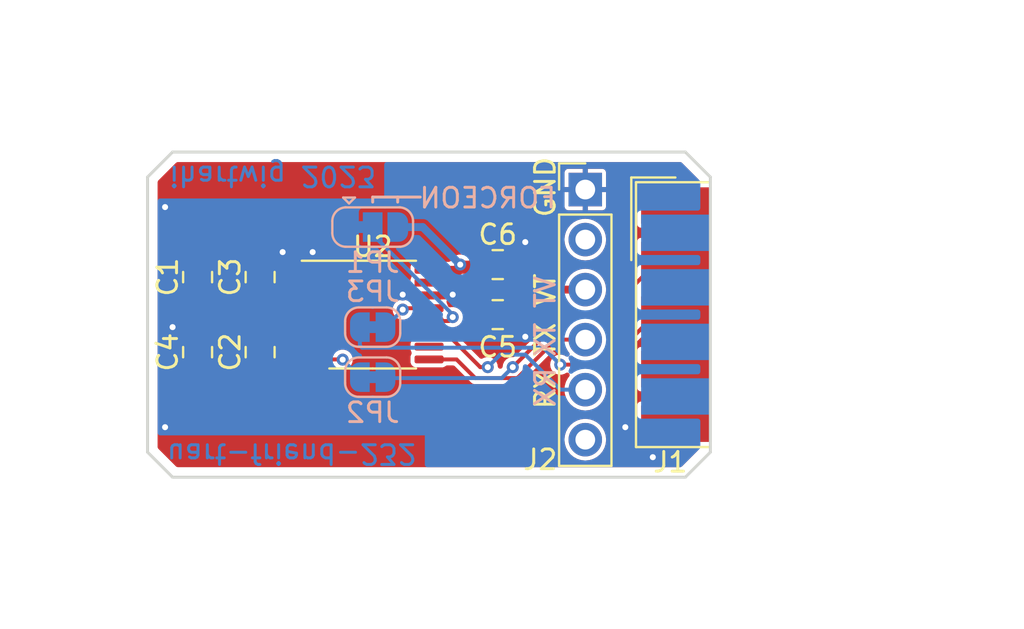
<source format=kicad_pcb>
(kicad_pcb (version 20221018) (generator pcbnew)
  (layers (0 "F.Cu" signal) (31 "B.Cu" signal) (34 "B.Paste" user) (35 "F.Paste" user) (36 "B.SilkS" user "B.Silkscreen") (37 "F.SilkS" user "F.Silkscreen") (38 "B.Mask" user) (39 "F.Mask" user) (44 "Edge.Cuts" user))
  (net 0 "")
  (net 1 "+5V")
  (net 2 "GND")
  (net 3 "/C1_P")
  (net 4 "/C1_N")
  (net 5 "/C2_P")
  (net 6 "/C2_N")
  (net 7 "/VS_P")
  (net 8 "/VS_N")
  (net 10 "/RS232_RX_J")
  (net 11 "/RS232_TX_J")
  (net 18 "/UART_RX")
  (net 19 "/UART_TX")
  (net 20 "unconnected-(J2-Pin_6-Pad6)")
  (net 21 "/FORCEON")
  (net 22 "/RS232_RX")
  (net 23 "/RS232_TX")
  (footprint "Package_SO:TSSOP-16_4.4x5mm_P0.65mm" (layer "F.Cu") (at 177.165 97.79)
    (fp_text reference "U2" (at 0 -3.45) (layer "F.SilkS"))
    (fp_text value "MAX3221")
    (fp_line (start 0 -2.735) (end -3.6 -2.735) (stroke (width 0.12)) (layer "F.SilkS"))
    (fp_line (start 0 -2.735) (end 2.2 -2.735) (stroke (width 0.12)) (layer "F.SilkS"))
    (fp_line (start 0 2.735) (end -2.2 2.735) (stroke (width 0.12)) (layer "F.SilkS"))
    (fp_line (start 0 2.735) (end 2.2 2.735) (stroke (width 0.12)) (layer "F.SilkS"))
    (pad "1" smd roundrect (at -2.8625 -2.275) (size 1.475 0.4) (layers "F.Cu" "F.Paste" "F.Mask") (net 2 "GND"))
    (pad "2" smd roundrect (at -2.8625 -1.625) (size 1.475 0.4) (layers "F.Cu" "F.Paste" "F.Mask") (net 3 "/C1_P"))
    (pad "3" smd roundrect (at -2.8625 -0.975) (size 1.475 0.4) (layers "F.Cu" "F.Paste" "F.Mask") (net 7 "/VS_P"))
    (pad "4" smd roundrect (at -2.8625 -0.325) (size 1.475 0.4) (layers "F.Cu" "F.Paste" "F.Mask") (net 4 "/C1_N"))
    (pad "5" smd roundrect (at -2.8625 0.325) (size 1.475 0.4) (layers "F.Cu" "F.Paste" "F.Mask") (net 5 "/C2_P"))
    (pad "6" smd roundrect (at -2.8625 0.975) (size 1.475 0.4) (layers "F.Cu" "F.Paste" "F.Mask") (net 6 "/C2_N"))
    (pad "7" smd roundrect (at -2.8625 1.625) (size 1.475 0.4) (layers "F.Cu" "F.Paste" "F.Mask") (net 8 "/VS_N"))
    (pad "8" smd roundrect (at -2.8625 2.275) (size 1.475 0.4) (layers "F.Cu" "F.Paste" "F.Mask") (net 22 "/RS232_RX"))
    (pad "9" smd roundrect (at 2.8625 2.275) (size 1.475 0.4) (layers "F.Cu" "F.Paste" "F.Mask") (net 18 "/UART_RX"))
    (pad "10" smd roundrect (at 2.8625 1.625) (size 1.475 0.4) (layers "F.Cu" "F.Paste" "F.Mask"))
    (pad "11" smd roundrect (at 2.8625 0.975) (size 1.475 0.4) (layers "F.Cu" "F.Paste" "F.Mask") (net 19 "/UART_TX"))
    (pad "12" smd roundrect (at 2.8625 0.325) (size 1.475 0.4) (layers "F.Cu" "F.Paste" "F.Mask") (net 21 "/FORCEON"))
    (pad "13" smd roundrect (at 2.8625 -0.325) (size 1.475 0.4) (layers "F.Cu" "F.Paste" "F.Mask") (net 23 "/RS232_TX"))
    (pad "14" smd roundrect (at 2.8625 -0.975) (size 1.475 0.4) (layers "F.Cu" "F.Paste" "F.Mask") (net 2 "GND"))
    (pad "15" smd roundrect (at 2.8625 -1.625) (size 1.475 0.4) (layers "F.Cu" "F.Paste" "F.Mask") (net 1 "+5V"))
    (pad "16" smd roundrect (at 2.8625 -2.275) (size 1.475 0.4) (layers "F.Cu" "F.Paste" "F.Mask") (net 1 "+5V"))
  )
  (footprint "Capacitor_SMD:C_0805_2012Metric" (layer "F.Cu") (at 183.515 97.79)
    (fp_text reference "C5" (at 0 1.651) (layer "F.SilkS"))
    (fp_text value "1uF")
    (fp_line (start -0.261252 -0.735) (end 0.261252 -0.735) (stroke (width 0.12)) (layer "F.SilkS"))
    (fp_line (start -0.261252 0.735) (end 0.261252 0.735) (stroke (width 0.12)) (layer "F.SilkS"))
    (pad "1" smd roundrect (at -0.95 0) (size 1 1.45) (layers "F.Cu" "F.Paste" "F.Mask") (net 1 "+5V"))
    (pad "2" smd roundrect (at 0.95 0) (size 1 1.45) (layers "F.Cu" "F.Paste" "F.Mask") (net 2 "GND"))
  )
  (footprint "Capacitor_SMD:C_0805_2012Metric" (layer "F.Cu") (at 171.45 95.885 90)
    (fp_text reference "C3" (at 0 -1.524 90) (layer "F.SilkS"))
    (fp_text value "0.47uF")
    (fp_line (start -0.261252 -0.735) (end 0.261252 -0.735) (stroke (width 0.12)) (layer "F.SilkS"))
    (fp_line (start -0.261252 0.735) (end 0.261252 0.735) (stroke (width 0.12)) (layer "F.SilkS"))
    (pad "1" smd roundrect (at -0.95 0 90) (size 1 1.45) (layers "F.Cu" "F.Paste" "F.Mask") (net 7 "/VS_P"))
    (pad "2" smd roundrect (at 0.95 0 90) (size 1 1.45) (layers "F.Cu" "F.Paste" "F.Mask") (net 2 "GND"))
  )
  (footprint "Capacitor_SMD:C_0805_2012Metric" (layer "F.Cu") (at 168.275 99.695 90)
    (fp_text reference "C4" (at 0 -1.524 90) (layer "F.SilkS"))
    (fp_text value "0.47uF")
    (fp_line (start -0.261252 -0.735) (end 0.261252 -0.735) (stroke (width 0.12)) (layer "F.SilkS"))
    (fp_line (start -0.261252 0.735) (end 0.261252 0.735) (stroke (width 0.12)) (layer "F.SilkS"))
    (pad "1" smd roundrect (at -0.95 0 90) (size 1 1.45) (layers "F.Cu" "F.Paste" "F.Mask") (net 8 "/VS_N"))
    (pad "2" smd roundrect (at 0.95 0 90) (size 1 1.45) (layers "F.Cu" "F.Paste" "F.Mask") (net 2 "GND"))
  )
  (footprint "Capacitor_SMD:C_0805_2012Metric" (layer "F.Cu") (at 171.45 99.695 -90)
    (fp_text reference "C2" (at 0 1.524 90) (layer "F.SilkS"))
    (fp_text value "0.47uF")
    (fp_line (start -0.261252 -0.735) (end 0.261252 -0.735) (stroke (width 0.12)) (layer "F.SilkS"))
    (fp_line (start -0.261252 0.735) (end 0.261252 0.735) (stroke (width 0.12)) (layer "F.SilkS"))
    (pad "1" smd roundrect (at -0.95 0 270) (size 1 1.45) (layers "F.Cu" "F.Paste" "F.Mask") (net 5 "/C2_P"))
    (pad "2" smd roundrect (at 0.95 0 270) (size 1 1.45) (layers "F.Cu" "F.Paste" "F.Mask") (net 6 "/C2_N"))
  )
  (footprint "Capacitor_SMD:C_0805_2012Metric" (layer "F.Cu") (at 183.515 95.25)
    (fp_text reference "C6" (at 0 -1.524) (layer "F.SilkS"))
    (fp_text value "0.1uF")
    (fp_line (start -0.261252 -0.735) (end 0.261252 -0.735) (stroke (width 0.12)) (layer "F.SilkS"))
    (fp_line (start -0.261252 0.735) (end 0.261252 0.735) (stroke (width 0.12)) (layer "F.SilkS"))
    (pad "1" smd roundrect (at -0.95 0) (size 1 1.45) (layers "F.Cu" "F.Paste" "F.Mask") (net 1 "+5V"))
    (pad "2" smd roundrect (at 0.95 0) (size 1 1.45) (layers "F.Cu" "F.Paste" "F.Mask") (net 2 "GND"))
  )
  (footprint "Connector_Dsub:DSUB-9_Female_EdgeMount_P2.77mm" (layer "F.Cu") (at 192.535 97.79 90)
    (fp_text reference "J1" (at -7.493 -0.257 180) (layer "F.SilkS"))
    (fp_text value "DE9_Receptacle")
    (fp_line (start -6.723333 -2) (end -6.723333 1.74) (stroke (width 0.12)) (layer "F.SilkS"))
    (fp_line (start 6.723333 -2) (end -6.723333 -2) (stroke (width 0.12)) (layer "F.SilkS"))
    (fp_line (start 6.723333 1.74) (end 6.723333 -2) (stroke (width 0.12)) (layer "F.SilkS"))
    (fp_line (start 6.963333 -2.24) (end 2.77 -2.24) (stroke (width 0.12)) (layer "F.SilkS"))
    (fp_line (start 6.963333 0) (end 6.963333 -2.24) (stroke (width 0.12)) (layer "F.SilkS"))
    (pad "1" smd rect (at 5.54 0 90) (size 1.846667 3.48) (layers "F.Cu" "F.Paste" "F.Mask"))
    (pad "2" smd rect (at 2.77 0 90) (size 1.846667 3.48) (layers "F.Cu" "F.Paste" "F.Mask") (net 10 "/RS232_RX_J"))
    (pad "3" smd rect (at 0 0 90) (size 1.846667 3.48) (layers "F.Cu" "F.Paste" "F.Mask") (net 11 "/RS232_TX_J"))
    (pad "4" smd rect (at -2.77 0 90) (size 1.846667 3.48) (layers "F.Cu" "F.Paste" "F.Mask"))
    (pad "5" smd rect (at -5.54 0 90) (size 1.846667 3.48) (layers "F.Cu" "F.Paste" "F.Mask") (net 2 "GND"))
    (pad "6" smd rect (at 4.155 0 90) (size 1.846667 3.48) (layers "B.Cu" "B.Paste" "B.Mask"))
    (pad "7" smd rect (at 1.385 0 90) (size 1.846667 3.48) (layers "B.Cu" "B.Paste" "B.Mask"))
    (pad "8" smd rect (at -1.385 0 90) (size 1.846667 3.48) (layers "B.Cu" "B.Paste" "B.Mask"))
    (pad "9" smd rect (at -4.155 0 90) (size 1.846667 3.48) (layers "B.Cu" "B.Paste" "B.Mask"))
  )
  (footprint "Capacitor_SMD:C_0805_2012Metric" (layer "F.Cu") (at 168.275 95.885 -90)
    (fp_text reference "C1" (at 0 1.524 90) (layer "F.SilkS"))
    (fp_text value "0.1uF")
    (fp_line (start -0.261252 -0.735) (end 0.261252 -0.735) (stroke (width 0.12)) (layer "F.SilkS"))
    (fp_line (start -0.261252 0.735) (end 0.261252 0.735) (stroke (width 0.12)) (layer "F.SilkS"))
    (pad "1" smd roundrect (at -0.95 0 270) (size 1 1.45) (layers "F.Cu" "F.Paste" "F.Mask") (net 3 "/C1_P"))
    (pad "2" smd roundrect (at 0.95 0 270) (size 1 1.45) (layers "F.Cu" "F.Paste" "F.Mask") (net 4 "/C1_N"))
  )
  (footprint "Connector_PinHeader_2.54mm:PinHeader_1x06_P2.54mm_Vertical" (layer "F.Cu") (at 187.96 91.44)
    (fp_text reference "J2" (at -2.286 13.716) (layer "F.SilkS"))
    (fp_text value "Conn_01x06")
    (fp_line (start -1.33 -1.33) (end 0 -1.33) (stroke (width 0.12)) (layer "F.SilkS"))
    (fp_line (start -1.33 0) (end -1.33 -1.33) (stroke (width 0.12)) (layer "F.SilkS"))
    (fp_line (start -1.33 1.27) (end -1.33 14.03) (stroke (width 0.12)) (layer "F.SilkS"))
    (fp_line (start -1.33 1.27) (end 1.33 1.27) (stroke (width 0.12)) (layer "F.SilkS"))
    (fp_line (start -1.33 14.03) (end 1.33 14.03) (stroke (width 0.12)) (layer "F.SilkS"))
    (fp_line (start 1.33 1.27) (end 1.33 14.03) (stroke (width 0.12)) (layer "F.SilkS"))
    (pad "1" thru_hole rect (at 0 0) (size 1.7 1.7) (drill 1) (layers "*.Cu" "*.Mask") (net 2 "GND"))
    (pad "2" thru_hole oval (at 0 2.54) (size 1.7 1.7) (drill 1) (layers "*.Cu" "*.Mask"))
    (pad "3" thru_hole oval (at 0 5.08) (size 1.7 1.7) (drill 1) (layers "*.Cu" "*.Mask") (net 1 "+5V"))
    (pad "4" thru_hole oval (at 0 7.62) (size 1.7 1.7) (drill 1) (layers "*.Cu" "*.Mask") (net 18 "/UART_RX"))
    (pad "5" thru_hole oval (at 0 10.16) (size 1.7 1.7) (drill 1) (layers "*.Cu" "*.Mask") (net 19 "/UART_TX"))
    (pad "6" thru_hole oval (at 0 12.7) (size 1.7 1.7) (drill 1) (layers "*.Cu" "*.Mask") (net 20 "unconnected-(J2-Pin_6-Pad6)"))
  )
  (footprint "Jumper:SolderJumper-2_P1.3mm_Bridged_RoundedPad1.0x1.5mm" (layer "B.Cu") (at 177.165 98.425 180)
    (fp_text reference "JP3" (at 0 1.8) (layer "B.SilkS") (effects (justify mirror)))
    (fp_text value "SolderJumper_2_Bridged")
    (fp_poly (pts (xy 0.25 0.3) (xy -0.25 0.3) (xy -0.25 -0.3) (xy 0.25 -0.3)) (fill solid) (layer "B.Cu"))
    (fp_line (start -1.4 -0.3) (end -1.4 0.3) (stroke (width 0.12)) (layer "B.SilkS"))
    (fp_line (start -0.7 1) (end 0.7 1) (stroke (width 0.12)) (layer "B.SilkS"))
    (fp_line (start 0.7 -1) (end -0.7 -1) (stroke (width 0.12)) (layer "B.SilkS"))
    (fp_line (start 1.4 0.3) (end 1.4 -0.3) (stroke (width 0.12)) (layer "B.SilkS"))
    (fp_arc (start -1.4 -0.3) (mid -1.194975 -0.794975) (end -0.7 -1) (stroke (width 0.12)) (layer "B.SilkS"))
    (fp_arc (start -0.7 1) (mid -1.194975 0.794975) (end -1.4 0.3) (stroke (width 0.12)) (layer "B.SilkS"))
    (fp_arc (start 0.7 -1) (mid 1.194975 -0.794975) (end 1.4 -0.3) (stroke (width 0.12)) (layer "B.SilkS"))
    (fp_arc (start 1.4 0.3) (mid 1.194975 0.794975) (end 0.7 1) (stroke (width 0.12)) (layer "B.SilkS"))
    (pad "1" smd custom (at -0.65 0 180) (size 1 0.5) (layers "B.Cu" "B.Mask") (net 23 "/RS232_TX") (options (clearance outline) (anchor rect)) (primitives (gr_circle (center 0 -0.25) (end 0.5 -0.25) (width 0) (fill yes)) (gr_circle (center 0 0.25) (end 0.5 0.25) (width 0) (fill yes)) (gr_poly (pts (xy 0.5 -0.75) (xy 0 -0.75) (xy 0 0.75) (xy 0.5 0.75)) (width 0) (fill yes))))
    (pad "2" smd custom (at 0.65 0 180) (size 1 0.5) (layers "B.Cu" "B.Mask") (net 11 "/RS232_TX_J") (options (clearance outline) (anchor rect)) (primitives (gr_circle (center 0 -0.25) (end 0.5 -0.25) (width 0) (fill yes)) (gr_circle (center 0 0.25) (end 0.5 0.25) (width 0) (fill yes)) (gr_poly (pts (xy 0 -0.75) (xy -0.5 -0.75) (xy -0.5 0.75) (xy 0 0.75)) (width 0) (fill yes))))
  )
  (footprint "Jumper:SolderJumper-3_P1.3mm_Bridged12_RoundedPad1.0x1.5mm" (layer "B.Cu") (at 177.165 93.345)
    (fp_text reference "JP1" (at 0 1.8) (layer "B.SilkS") (effects (justify mirror)))
    (fp_text value "SolderJumper_3_Bridged12")
    (fp_poly (pts (xy -0.9 0.3) (xy -0.4 0.3) (xy -0.4 -0.3) (xy -0.9 -0.3)) (fill solid) (layer "B.Cu"))
    (fp_line (start -2.05 -0.3) (end -2.05 0.3) (stroke (width 0.12)) (layer "B.SilkS"))
    (fp_line (start -1.5 -1.5) (end -0.9 -1.5) (stroke (width 0.12)) (layer "B.SilkS"))
    (fp_line (start -1.4 1) (end 1.4 1) (stroke (width 0.12)) (layer "B.SilkS"))
    (fp_line (start -1.2 -1.2) (end -1.5 -1.5) (stroke (width 0.12)) (layer "B.SilkS"))
    (fp_line (start -1.2 -1.2) (end -0.9 -1.5) (stroke (width 0.12)) (layer "B.SilkS"))
    (fp_line (start 1.4 -1) (end -1.4 -1) (stroke (width 0.12)) (layer "B.SilkS"))
    (fp_line (start 2.05 0.3) (end 2.05 -0.3) (stroke (width 0.12)) (layer "B.SilkS"))
    (fp_arc (start -2.05 -0.3) (mid -1.844975 -0.794975) (end -1.35 -1) (stroke (width 0.12)) (layer "B.SilkS"))
    (fp_arc (start -1.35 1) (mid -1.844975 0.794975) (end -2.05 0.3) (stroke (width 0.12)) (layer "B.SilkS"))
    (fp_arc (start 1.35 -1) (mid 1.844975 -0.794975) (end 2.05 -0.3) (stroke (width 0.12)) (layer "B.SilkS"))
    (fp_arc (start 2.05 0.3) (mid 1.844975 0.794975) (end 1.35 1) (stroke (width 0.12)) (layer "B.SilkS"))
    (pad "1" smd custom (at -1.3 0) (size 1 0.5) (layers "B.Cu" "B.Mask") (net 2 "GND") (options (clearance outline) (anchor rect)) (primitives (gr_circle (center 0 -0.25) (end 0.5 -0.25) (width 0) (fill yes)) (gr_circle (center 0 0.25) (end 0.5 0.25) (width 0) (fill yes)) (gr_poly (pts (xy 0.55 -0.75) (xy 0 -0.75) (xy 0 0.75) (xy 0.55 0.75)) (width 0) (fill yes))))
    (pad "2" smd rect (at 0 0) (size 1 1.5) (layers "B.Cu" "B.Mask") (net 21 "/FORCEON"))
    (pad "3" smd custom (at 1.3 0) (size 1 0.5) (layers "B.Cu" "B.Mask") (net 1 "+5V") (options (clearance outline) (anchor rect)) (primitives (gr_circle (center 0 -0.25) (end 0.5 -0.25) (width 0) (fill yes)) (gr_circle (center 0 0.25) (end 0.5 0.25) (width 0) (fill yes)) (gr_poly (pts (xy 0 -0.75) (xy -0.55 -0.75) (xy -0.55 0.75) (xy 0 0.75)) (width 0) (fill yes))))
  )
  (footprint "Jumper:SolderJumper-2_P1.3mm_Bridged_RoundedPad1.0x1.5mm" (layer "B.Cu") (at 177.165 100.965)
    (fp_text reference "JP2" (at 0 1.8) (layer "B.SilkS") (effects (justify mirror)))
    (fp_text value "SolderJumper_2_Bridged")
    (fp_poly (pts (xy 0.25 0.3) (xy -0.25 0.3) (xy -0.25 -0.3) (xy 0.25 -0.3)) (fill solid) (layer "B.Cu"))
    (fp_line (start -1.4 -0.3) (end -1.4 0.3) (stroke (width 0.12)) (layer "B.SilkS"))
    (fp_line (start -0.7 1) (end 0.7 1) (stroke (width 0.12)) (layer "B.SilkS"))
    (fp_line (start 0.7 -1) (end -0.7 -1) (stroke (width 0.12)) (layer "B.SilkS"))
    (fp_line (start 1.4 0.3) (end 1.4 -0.3) (stroke (width 0.12)) (layer "B.SilkS"))
    (fp_arc (start -1.4 -0.3) (mid -1.194975 -0.794975) (end -0.7 -1) (stroke (width 0.12)) (layer "B.SilkS"))
    (fp_arc (start -0.7 1) (mid -1.194975 0.794975) (end -1.4 0.3) (stroke (width 0.12)) (layer "B.SilkS"))
    (fp_arc (start 0.7 -1) (mid 1.194975 -0.794975) (end 1.4 -0.3) (stroke (width 0.12)) (layer "B.SilkS"))
    (fp_arc (start 1.4 0.3) (mid 1.194975 0.794975) (end 0.7 1) (stroke (width 0.12)) (layer "B.SilkS"))
    (pad "1" smd custom (at -0.65 0) (size 1 0.5) (layers "B.Cu" "B.Mask") (net 22 "/RS232_RX") (options (clearance outline) (anchor rect)) (primitives (gr_circle (center 0 -0.25) (end 0.5 -0.25) (width 0) (fill yes)) (gr_circle (center 0 0.25) (end 0.5 0.25) (width 0) (fill yes)) (gr_poly (pts (xy 0.5 -0.75) (xy 0 -0.75) (xy 0 0.75) (xy 0.5 0.75)) (width 0) (fill yes))))
    (pad "2" smd custom (at 0.65 0) (size 1 0.5) (layers "B.Cu" "B.Mask") (net 10 "/RS232_RX_J") (options (clearance outline) (anchor rect)) (primitives (gr_circle (center 0 -0.25) (end 0.5 -0.25) (width 0) (fill yes)) (gr_circle (center 0 0.25) (end 0.5 0.25) (width 0) (fill yes)) (gr_poly (pts (xy 0 -0.75) (xy -0.5 -0.75) (xy -0.5 0.75) (xy 0 0.75)) (width 0) (fill yes))))
  )
  (gr_line (start 177.165 92.075) (end 177.165 91.821) (stroke (width 0.15)) (layer "B.SilkS"))
  (gr_line (start 178.435 91.821) (end 178.435 92.075) (stroke (width 0.15)) (layer "B.SilkS"))
  (gr_line (start 178.435 91.821) (end 179.578 91.821) (stroke (width 0.15)) (layer "B.SilkS"))
  (gr_line (start 177.165 91.821) (end 178.435 91.821) (stroke (width 0.15)) (layer "B.SilkS"))
  (gr_line (start 194.31 104.775) (end 193.04 106.045) (stroke (width 0.15)) (layer "Edge.Cuts"))
  (gr_line (start 194.31 90.805) (end 193.04 89.535) (stroke (width 0.15)) (layer "Edge.Cuts"))
  (gr_line (start 165.735 90.805) (end 167.005 89.535) (stroke (width 0.15)) (layer "Edge.Cuts"))
  (gr_line (start 167.005 106.045) (end 193.04 106.045) (stroke (width 0.15)) (layer "Edge.Cuts"))
  (gr_line (start 193.04 89.535) (end 167.005 89.535) (stroke (width 0.15)) (layer "Edge.Cuts"))
  (gr_line (start 165.735 104.775) (end 165.735 90.805) (stroke (width 0.15)) (layer "Edge.Cuts"))
  (gr_line (start 165.735 104.775) (end 167.005 106.045) (stroke (width 0.15)) (layer "Edge.Cuts"))
  (gr_line (start 194.31 104.775) (end 194.31 90.805) (stroke (width 0.15)) (layer "Edge.Cuts"))
  (gr_text "ihartwig 2023" (at 166.751 90.17 180) (layer "B.Cu") (effects (font (size 1 1)) (justify left bottom mirror)))
  (gr_text "uart-friend-232" (at 166.624 104.267 180) (layer "B.Cu") (effects (font (size 1 1)) (justify left bottom mirror)))
  (gr_text "FORCEON" (at 186.563 92.456) (layer "B.SilkS") (effects (font (size 1 1)) (justify left bottom mirror)))
  (gr_text "TX" (at 185.928 99.06 90) (layer "B.SilkS") (effects (font (size 1 1)) (justify mirror)))
  (gr_text "VT" (at 185.928 96.647 90) (layer "B.SilkS") (effects (font (size 1 1)) (justify mirror)))
  (gr_text "RX" (at 185.928 101.473 90) (layer "B.SilkS") (effects (font (size 1 1)) (justify mirror)))
  (gr_text "RX" (at 185.928 101.6 90) (layer "F.SilkS") (effects (font (size 1 1))))
  (gr_text "VT" (at 185.928 96.52 90) (layer "F.SilkS") (effects (font (size 1 1))))
  (gr_text "TX" (at 185.928 99.06 90) (layer "F.SilkS") (effects (font (size 1 1))))
  (gr_text "GND" (at 185.928 91.313 90) (layer "F.SilkS") (effects (font (size 1 1))))
  (segment (start 183.134 96.52) (end 182.565 96.52) (width 0.4) (layer "F.Cu") (net 1))
  (segment (start 182.565 95.25) (end 181.61 95.25) (width 0.4) (layer "F.Cu") (net 1))
  (segment (start 182.565 95.951) (end 183.134 96.52) (width 0.4) (layer "F.Cu") (net 1))
  (segment (start 180.0275 95.515) (end 181.61 95.515) (width 0.4) (layer "F.Cu") (net 1))
  (segment (start 182.565 95.25) (end 182.565 96.52) (width 0.4) (layer "F.Cu") (net 1))
  (segment (start 182.565 97.79) (end 182.565 97.089) (width 0.4) (layer "F.Cu") (net 1))
  (segment (start 181.61 95.515) (end 182.3 95.515) (width 0.4) (layer "F.Cu") (net 1))
  (segment (start 182.565 95.25) (end 182.565 95.951) (width 0.4) (layer "F.Cu") (net 1))
  (segment (start 187.96 96.52) (end 183.134 96.52) (width 0.4) (layer "F.Cu") (net 1))
  (segment (start 180.0275 96.165) (end 180.96 96.165) (width 0.4) (layer "F.Cu") (net 1))
  (segment (start 180.96 96.165) (end 181.61 95.515) (width 0.4) (layer "F.Cu") (net 1))
  (segment (start 182.565 96.52) (end 182.565 97.79) (width 0.4) (layer "F.Cu") (net 1))
  (segment (start 182.565 97.089) (end 183.134 96.52) (width 0.4) (layer "F.Cu") (net 1))
  (segment (start 182.3 95.515) (end 182.565 95.25) (width 0.4) (layer "F.Cu") (net 1))
  (via (at 181.61 95.25) (size 0.6096) (drill 0.3048) (layers "F.Cu" "B.Cu") (net 1))
  (segment (start 179.705 93.345) (end 178.465 93.345) (width 0.4) (layer "B.Cu") (net 1))
  (segment (start 181.61 95.25) (end 179.705 93.345) (width 0.4) (layer "B.Cu") (net 1))
  (segment (start 192.535 103.33) (end 192.535 104.645) (width 0.4) (layer "F.Cu") (net 2))
  (segment (start 180.0275 96.815) (end 178.73 96.815) (width 0.4) (layer "F.Cu") (net 2))
  (segment (start 168.275 98.745) (end 167.325 98.745) (width 0.4) (layer "F.Cu") (net 2))
  (segment (start 184.465 94.554) (end 184.912 94.107) (width 0.4) (layer "F.Cu") (net 2))
  (segment (start 171.45 94.935) (end 172.273 94.935) (width 0.4) (layer "F.Cu") (net 2))
  (segment (start 192.151 105.029) (end 191.389 105.029) (width 0.4) (layer "F.Cu") (net 2))
  (segment (start 190.167 103.33) (end 189.992 103.505) (width 0.4) (layer "F.Cu") (net 2))
  (segment (start 184.465 97.79) (end 184.465 98.46466) (width 0.4) (layer "F.Cu") (net 2))
  (segment (start 172.273 94.935) (end 172.593 94.615) (width 0.4) (layer "F.Cu") (net 2))
  (segment (start 180.0275 96.815) (end 181.188 96.815) (width 0.4) (layer "F.Cu") (net 2))
  (segment (start 192.535 103.33) (end 190.167 103.33) (width 0.4) (layer "F.Cu") (net 2))
  (segment (start 174.3025 94.8005) (end 174.117 94.615) (width 0.4) (layer "F.Cu") (net 2))
  (segment (start 178.73 96.815) (end 178.689 96.774) (width 0.4) (layer "F.Cu") (net 2))
  (segment (start 167.325 98.745) (end 167.005 98.425) (width 0.4) (layer "F.Cu") (net 2))
  (segment (start 192.535 104.645) (end 192.151 105.029) (width 0.4) (layer "F.Cu") (net 2))
  (segment (start 181.188 96.815) (end 181.229 96.774) (width 0.4) (layer "F.Cu") (net 2))
  (segment (start 174.3025 95.515) (end 174.3025 94.8005) (width 0.4) (layer "F.Cu") (net 2))
  (segment (start 184.465 95.25) (end 184.465 94.554) (width 0.4) (layer "F.Cu") (net 2))
  (segment (start 184.465 98.46466) (end 184.913739 98.913399) (width 0.4) (layer "F.Cu") (net 2))
  (via (at 167.005 98.425) (size 0.6096) (drill 0.3048) (layers "F.Cu" "B.Cu") (net 2))
  (via (at 178.689 96.774) (size 0.6096) (drill 0.3048) (layers "F.Cu" "B.Cu") (net 2))
  (via (at 174.117 94.615) (size 0.6096) (drill 0.3048) (layers "F.Cu" "B.Cu") (net 2))
  (via (at 166.624 103.505) (size 0.6096) (drill 0.3048) (layers "F.Cu" "B.Cu") (net 2))
  (via (at 166.624 92.329) (size 0.6096) (drill 0.3048) (layers "F.Cu" "B.Cu") (net 2))
  (via (at 184.912 94.107) (size 0.6096) (drill 0.3048) (layers "F.Cu" "B.Cu") (net 2))
  (via (at 191.389 105.029) (size 0.6096) (drill 0.3048) (layers "F.Cu" "B.Cu") (net 2))
  (via (at 189.992 103.505) (size 0.6096) (drill 0.3048) (layers "F.Cu" "B.Cu") (net 2))
  (via (at 184.913739 98.913399) (size 0.6096) (drill 0.3048) (layers "F.Cu" "B.Cu") (net 2))
  (via (at 181.229 96.774) (size 0.6096) (drill 0.3048) (layers "F.Cu" "B.Cu") (net 2))
  (via (at 172.593 94.615) (size 0.6096) (drill 0.3048) (layers "F.Cu" "B.Cu") (net 2))
  (segment (start 166.624 97.282) (end 166.624 92.329) (width 0.4) (layer "B.Cu") (net 2))
  (segment (start 166.624 98.806) (end 166.624 103.505) (width 0.4) (layer "B.Cu") (net 2))
  (segment (start 167.005 98.425) (end 166.624 98.044) (width 0.4) (layer "B.Cu") (net 2))
  (segment (start 166.624 98.044) (end 166.624 97.282) (width 0.4) (layer "B.Cu") (net 2))
  (segment (start 167.005 98.425) (end 166.624 98.806) (width 0.4) (layer "B.Cu") (net 2))
  (segment (start 174.2201 96.0826) (end 169.4226 96.0826) (width 0.2) (layer "F.Cu") (net 3))
  (segment (start 174.3025 96.165) (end 174.2201 96.0826) (width 0.2) (layer "F.Cu") (net 3))
  (segment (start 169.4226 96.0826) (end 168.275 94.935) (width 0.2) (layer "F.Cu") (net 3))
  (segment (start 169.0274 97.5874) (end 168.275 96.835) (width 0.2) (layer "F.Cu") (net 4))
  (segment (start 172.2876 97.5874) (end 169.0274 97.5874) (width 0.2) (layer "F.Cu") (net 4))
  (segment (start 174.3025 97.465) (end 172.41 97.465) (width 0.2) (layer "F.Cu") (net 4))
  (segment (start 172.41 97.465) (end 172.2876 97.5874) (width 0.2) (layer "F.Cu") (net 4))
  (segment (start 172.08 98.115) (end 171.45 98.745) (width 0.2) (layer "F.Cu") (net 5))
  (segment (start 174.3025 98.115) (end 172.08 98.115) (width 0.2) (layer "F.Cu") (net 5))
  (segment (start 173.396 98.765) (end 174.3025 98.765) (width 0.2) (layer "F.Cu") (net 6))
  (segment (start 171.45 100.645) (end 171.516 100.645) (width 0.2) (layer "F.Cu") (net 6))
  (segment (start 171.516 100.645) (end 173.396 98.765) (width 0.2) (layer "F.Cu") (net 6))
  (segment (start 171.47 96.815) (end 171.45 96.835) (width 0.2) (layer "F.Cu") (net 7))
  (segment (start 174.3025 96.815) (end 171.47 96.815) (width 0.2) (layer "F.Cu") (net 7))
  (segment (start 172.974 100.965) (end 172.466 101.473) (width 0.2) (layer "F.Cu") (net 8))
  (segment (start 173.635 99.415) (end 172.974 100.076) (width 0.2) (layer "F.Cu") (net 8))
  (segment (start 172.974 100.076) (end 172.974 100.965) (width 0.2) (layer "F.Cu") (net 8))
  (segment (start 174.3025 99.415) (end 173.635 99.415) (width 0.2) (layer "F.Cu") (net 8))
  (segment (start 172.466 101.473) (end 169.103 101.473) (width 0.2) (layer "F.Cu") (net 8))
  (segment (start 169.103 101.473) (end 168.275 100.645) (width 0.2) (layer "F.Cu") (net 8))
  (segment (start 186.944 97.79) (end 184.785 99.949) (width 0.2) (layer "F.Cu") (net 10))
  (segment (start 184.785 99.949) (end 184.277 100.457) (width 0.2) (layer "F.Cu") (net 10))
  (segment (start 188.948333 97.79) (end 186.944 97.79) (width 0.2) (layer "F.Cu") (net 10))
  (segment (start 192.535 95.02) (end 191.718333 95.02) (width 0.2) (layer "F.Cu") (net 10))
  (segment (start 191.718333 95.02) (end 188.948333 97.79) (width 0.2) (layer "F.Cu") (net 10))
  (via (at 184.277 100.457) (size 0.6096) (drill 0.3048) (layers "F.Cu" "B.Cu") (net 10))
  (segment (start 177.8637 101.0137) (end 183.7203 101.0137) (width 0.2) (layer "B.Cu") (net 10))
  (segment (start 177.815 100.965) (end 177.8637 101.0137) (width 0.2) (layer "B.Cu") (net 10))
  (segment (start 183.7203 101.0137) (end 184.277 100.457) (width 0.2) (layer "B.Cu") (net 10))
  (segment (start 188.976 100.33) (end 186.69 100.33) (width 0.2) (layer "F.Cu") (net 11))
  (segment (start 191.516 97.79) (end 192.535 97.79) (width 0.2) (layer "F.Cu") (net 11))
  (segment (start 189.1436 100.1624) (end 188.976 100.33) (width 0.2) (layer "F.Cu") (net 11))
  (segment (start 189.1436 100.1624) (end 191.516 97.79) (width 0.2) (layer "F.Cu") (net 11))
  (via (at 186.69 100.33) (size 0.6096) (drill 0.3048) (layers "F.Cu" "B.Cu") (net 11))
  (segment (start 176.627047 99.470099) (end 176.515 99.358052) (width 0.2) (layer "B.Cu") (net 11))
  (segment (start 185.830099 99.470099) (end 176.627047 99.470099) (width 0.2) (layer "B.Cu") (net 11))
  (segment (start 186.69 100.33) (end 185.830099 99.470099) (width 0.2) (layer "B.Cu") (net 11))
  (segment (start 176.515 99.358052) (end 176.515 98.425) (width 0.2) (layer "B.Cu") (net 11))
  (segment (start 184.507593 101.0137) (end 182.372 101.0137) (width 0.2) (layer "F.Cu") (net 18))
  (segment (start 180.0275 100.065) (end 181.4233 100.065) (width 0.2) (layer "F.Cu") (net 18))
  (segment (start 186.461293 99.06) (end 184.507593 101.0137) (width 0.2) (layer "F.Cu") (net 18))
  (segment (start 181.4233 100.065) (end 182.372 101.0137) (width 0.2) (layer "F.Cu") (net 18))
  (segment (start 187.96 99.06) (end 186.461293 99.06) (width 0.2) (layer "F.Cu") (net 18))
  (segment (start 182.626 100.457) (end 183.007 100.457) (width 0.2) (layer "F.Cu") (net 19))
  (segment (start 180.0275 98.765) (end 180.934 98.765) (width 0.2) (layer "F.Cu") (net 19))
  (segment (start 180.934 98.765) (end 182.626 100.457) (width 0.2) (layer "F.Cu") (net 19))
  (via (at 183.007 100.457) (size 0.6096) (drill 0.3048) (layers "F.Cu" "B.Cu") (net 19))
  (segment (start 183.642 99.822) (end 183.007 100.457) (width 0.2) (layer "B.Cu") (net 19))
  (segment (start 183.642 99.822) (end 184.912 99.822) (width 0.2) (layer "B.Cu") (net 19))
  (segment (start 186.69 101.6) (end 187.96 101.6) (width 0.2) (layer "B.Cu") (net 19))
  (segment (start 184.912 99.822) (end 186.69 101.6) (width 0.2) (layer "B.Cu") (net 19))
  (segment (start 187.8076 101.6) (end 187.96 101.6) (width 0.2) (layer "B.Cu") (net 19))
  (segment (start 187.8076 104.14) (end 187.96 104.14) (width 0.2) (layer "B.Cu") (net 20))
  (segment (start 181.031 98.115) (end 181.229 97.917) (width 0.2) (layer "F.Cu") (net 21))
  (segment (start 180.0275 98.115) (end 181.031 98.115) (width 0.2) (layer "F.Cu") (net 21))
  (via (at 181.229 97.917) (size 0.6096) (drill 0.3048) (layers "F.Cu" "B.Cu") (net 21))
  (segment (start 177.165 93.726) (end 181.229 97.79) (width 0.2) (layer "B.Cu") (net 21))
  (segment (start 177.165 93.345) (end 177.165 93.726) (width 0.2) (layer "B.Cu") (net 21))
  (segment (start 181.229 97.79) (end 181.229 97.917) (width 0.2) (layer "B.Cu") (net 21))
  (segment (start 175.63 100.065) (end 175.641 100.076) (width 0.2) (layer "F.Cu") (net 22))
  (segment (start 174.3025 100.065) (end 175.63 100.065) (width 0.2) (layer "F.Cu") (net 22))
  (via (at 175.641 100.076) (size 0.6096) (drill 0.3048) (layers "F.Cu" "B.Cu") (net 22))
  (segment (start 175.641 100.076) (end 175.641 100.091) (width 0.2) (layer "B.Cu") (net 22))
  (segment (start 175.641 100.091) (end 176.515 100.965) (width 0.2) (layer "B.Cu") (net 22))
  (segment (start 178.76 97.465) (end 178.689 97.536) (width 0.2) (layer "F.Cu") (net 23))
  (segment (start 180.0275 97.465) (end 178.76 97.465) (width 0.2) (layer "F.Cu") (net 23))
  (via (at 178.689 97.536) (size 0.6096) (drill 0.3048) (layers "F.Cu" "B.Cu") (net 23))
  (segment (start 178.689 97.536) (end 178.689 97.551) (width 0.2) (layer "B.Cu") (net 23))
  (segment (start 178.689 97.551) (end 177.815 98.425) (width 0.2) (layer "B.Cu") (net 23))
  (zone (net 2) (net_name "GND") (layers "F&B.Cu") (connect_pads (clearance 0.2032)) (min_thickness 0.254) (fill yes (thermal_gap 0.2032) (thermal_bridge_width 0.255))
    (polygon (pts (xy 158.242 89.027) (xy 158.242 107.061) (xy 195.707 107.061) (xy 195.707 89.027)))
  )
)
</source>
